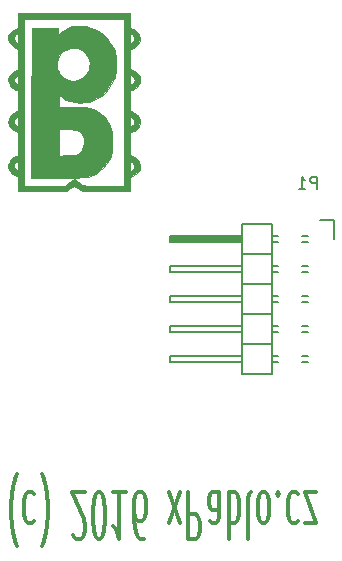
<source format=gbo>
G04 #@! TF.GenerationSoftware,KiCad,Pcbnew,5.0.0-fee4fd1~66~ubuntu16.04.1*
G04 #@! TF.CreationDate,2018-08-26T15:56:11+02:00*
G04 #@! TF.ProjectId,RESP,524553502E6B696361645F7063620000,rev?*
G04 #@! TF.SameCoordinates,Original*
G04 #@! TF.FileFunction,Legend,Bot*
G04 #@! TF.FilePolarity,Positive*
%FSLAX46Y46*%
G04 Gerber Fmt 4.6, Leading zero omitted, Abs format (unit mm)*
G04 Created by KiCad (PCBNEW 5.0.0-fee4fd1~66~ubuntu16.04.1) date Sun Aug 26 15:56:11 2018*
%MOMM*%
%LPD*%
G01*
G04 APERTURE LIST*
%ADD10C,0.300000*%
%ADD11C,0.150000*%
%ADD12C,0.010000*%
%ADD13R,1.827200X1.827200*%
%ADD14O,1.827200X1.827200*%
%ADD15C,1.100000*%
G04 APERTURE END LIST*
D10*
X61997170Y-167864826D02*
X61911455Y-168055302D01*
X61740027Y-168626731D01*
X61654312Y-169007683D01*
X61568598Y-169579112D01*
X61482884Y-170531493D01*
X61482884Y-171293398D01*
X61568598Y-172245779D01*
X61654312Y-172817207D01*
X61740027Y-173198160D01*
X61911455Y-173769588D01*
X61997170Y-173960064D01*
X63454312Y-169579112D02*
X63282884Y-169388636D01*
X62940027Y-169388636D01*
X62768598Y-169579112D01*
X62682884Y-169769588D01*
X62597170Y-170150540D01*
X62597170Y-171293398D01*
X62682884Y-171674350D01*
X62768598Y-171864826D01*
X62940027Y-172055302D01*
X63282884Y-172055302D01*
X63454312Y-171864826D01*
X64054312Y-167864826D02*
X64140027Y-168055302D01*
X64311455Y-168626731D01*
X64397170Y-169007683D01*
X64482884Y-169579112D01*
X64568598Y-170531493D01*
X64568598Y-171293398D01*
X64482884Y-172245779D01*
X64397170Y-172817207D01*
X64311455Y-173198160D01*
X64140027Y-173769588D01*
X64054312Y-173960064D01*
X66711455Y-173007683D02*
X66797170Y-173198160D01*
X66968598Y-173388636D01*
X67397170Y-173388636D01*
X67568598Y-173198160D01*
X67654312Y-173007683D01*
X67740027Y-172626731D01*
X67740027Y-172245779D01*
X67654312Y-171674350D01*
X66625741Y-169388636D01*
X67740027Y-169388636D01*
X68854312Y-173388636D02*
X69025741Y-173388636D01*
X69197170Y-173198160D01*
X69282884Y-173007683D01*
X69368598Y-172626731D01*
X69454312Y-171864826D01*
X69454312Y-170912445D01*
X69368598Y-170150540D01*
X69282884Y-169769588D01*
X69197170Y-169579112D01*
X69025741Y-169388636D01*
X68854312Y-169388636D01*
X68682884Y-169579112D01*
X68597170Y-169769588D01*
X68511455Y-170150540D01*
X68425741Y-170912445D01*
X68425741Y-171864826D01*
X68511455Y-172626731D01*
X68597170Y-173007683D01*
X68682884Y-173198160D01*
X68854312Y-173388636D01*
X71168598Y-169388636D02*
X70140027Y-169388636D01*
X70654312Y-169388636D02*
X70654312Y-173388636D01*
X70482884Y-172817207D01*
X70311455Y-172436255D01*
X70140027Y-172245779D01*
X72711455Y-173388636D02*
X72368598Y-173388636D01*
X72197170Y-173198160D01*
X72111455Y-173007683D01*
X71940027Y-172436255D01*
X71854312Y-171674350D01*
X71854312Y-170150540D01*
X71940027Y-169769588D01*
X72025741Y-169579112D01*
X72197170Y-169388636D01*
X72540027Y-169388636D01*
X72711455Y-169579112D01*
X72797170Y-169769588D01*
X72882884Y-170150540D01*
X72882884Y-171102921D01*
X72797170Y-171483874D01*
X72711455Y-171674350D01*
X72540027Y-171864826D01*
X72197170Y-171864826D01*
X72025741Y-171674350D01*
X71940027Y-171483874D01*
X71854312Y-171102921D01*
X74854312Y-169388636D02*
X75797170Y-172055302D01*
X74854312Y-172055302D02*
X75797170Y-169388636D01*
X76482884Y-169388636D02*
X76482884Y-173388636D01*
X77168598Y-173388636D01*
X77340027Y-173198160D01*
X77425741Y-173007683D01*
X77511455Y-172626731D01*
X77511455Y-172055302D01*
X77425741Y-171674350D01*
X77340027Y-171483874D01*
X77168598Y-171293398D01*
X76482884Y-171293398D01*
X79054312Y-169388636D02*
X79054312Y-171483874D01*
X78968598Y-171864826D01*
X78797170Y-172055302D01*
X78454312Y-172055302D01*
X78282884Y-171864826D01*
X79054312Y-169579112D02*
X78882884Y-169388636D01*
X78454312Y-169388636D01*
X78282884Y-169579112D01*
X78197170Y-169960064D01*
X78197170Y-170341017D01*
X78282884Y-170721969D01*
X78454312Y-170912445D01*
X78882884Y-170912445D01*
X79054312Y-171102921D01*
X79911455Y-169388636D02*
X79911455Y-173388636D01*
X79911455Y-171864826D02*
X80082884Y-172055302D01*
X80425741Y-172055302D01*
X80597170Y-171864826D01*
X80682884Y-171674350D01*
X80768598Y-171293398D01*
X80768598Y-170150540D01*
X80682884Y-169769588D01*
X80597170Y-169579112D01*
X80425741Y-169388636D01*
X80082884Y-169388636D01*
X79911455Y-169579112D01*
X81797170Y-169388636D02*
X81625741Y-169579112D01*
X81540027Y-169960064D01*
X81540027Y-173388636D01*
X82740027Y-169388636D02*
X82568598Y-169579112D01*
X82482884Y-169769588D01*
X82397170Y-170150540D01*
X82397170Y-171293398D01*
X82482884Y-171674350D01*
X82568598Y-171864826D01*
X82740027Y-172055302D01*
X82997170Y-172055302D01*
X83168598Y-171864826D01*
X83254312Y-171674350D01*
X83340027Y-171293398D01*
X83340027Y-170150540D01*
X83254312Y-169769588D01*
X83168598Y-169579112D01*
X82997170Y-169388636D01*
X82740027Y-169388636D01*
X84111455Y-169769588D02*
X84197170Y-169579112D01*
X84111455Y-169388636D01*
X84025741Y-169579112D01*
X84111455Y-169769588D01*
X84111455Y-169388636D01*
X85740027Y-169579112D02*
X85568598Y-169388636D01*
X85225741Y-169388636D01*
X85054312Y-169579112D01*
X84968598Y-169769588D01*
X84882884Y-170150540D01*
X84882884Y-171293398D01*
X84968598Y-171674350D01*
X85054312Y-171864826D01*
X85225741Y-172055302D01*
X85568598Y-172055302D01*
X85740027Y-171864826D01*
X86340027Y-172055302D02*
X87282884Y-172055302D01*
X86340027Y-169388636D01*
X87282884Y-169388636D01*
D11*
G04 #@! TO.C,P1*
X86108170Y-158371160D02*
X86616170Y-158371160D01*
X86108170Y-157863160D02*
X86616170Y-157863160D01*
X86108170Y-155831160D02*
X86616170Y-155831160D01*
X86108170Y-155323160D02*
X86616170Y-155323160D01*
X86108170Y-147703160D02*
X86616170Y-147703160D01*
X86108170Y-148211160D02*
X86616170Y-148211160D01*
X86108170Y-153291160D02*
X86616170Y-153291160D01*
X86108170Y-152783160D02*
X86616170Y-152783160D01*
X86108170Y-150751160D02*
X86616170Y-150751160D01*
X86108170Y-150243160D02*
X86616170Y-150243160D01*
X83568170Y-158371160D02*
X84076170Y-158371160D01*
X83568170Y-157863160D02*
X84076170Y-157863160D01*
X83568170Y-147703160D02*
X84076170Y-147703160D01*
X83568170Y-148211160D02*
X84076170Y-148211160D01*
X83568170Y-150243160D02*
X84076170Y-150243160D01*
X83568170Y-150751160D02*
X84076170Y-150751160D01*
X83568170Y-155831160D02*
X84076170Y-155831160D01*
X83568170Y-155323160D02*
X84076170Y-155323160D01*
X83568170Y-153291160D02*
X84076170Y-153291160D01*
X83568170Y-152783160D02*
X84076170Y-152783160D01*
X87632170Y-146407160D02*
X88782170Y-146407160D01*
X88782170Y-146407160D02*
X88782170Y-147957160D01*
X81028170Y-147830160D02*
X75059170Y-147830160D01*
X75059170Y-147830160D02*
X75059170Y-148084160D01*
X75059170Y-148084160D02*
X80901170Y-148084160D01*
X80901170Y-148084160D02*
X80901170Y-147957160D01*
X80901170Y-147957160D02*
X75059170Y-147957160D01*
X83568170Y-156847160D02*
X81028170Y-156847160D01*
X83568170Y-156847160D02*
X83568170Y-159387160D01*
X81028170Y-157863160D02*
X74932170Y-157863160D01*
X74932170Y-157863160D02*
X74932170Y-158371160D01*
X74932170Y-158371160D02*
X81028170Y-158371160D01*
X81028170Y-159387160D02*
X81028170Y-156847160D01*
X83568170Y-159387160D02*
X81028170Y-159387160D01*
X83568170Y-151767160D02*
X81028170Y-151767160D01*
X83568170Y-151767160D02*
X83568170Y-154307160D01*
X83568170Y-154307160D02*
X81028170Y-154307160D01*
X81028170Y-152783160D02*
X74932170Y-152783160D01*
X74932170Y-152783160D02*
X74932170Y-153291160D01*
X74932170Y-153291160D02*
X81028170Y-153291160D01*
X81028170Y-154307160D02*
X81028170Y-151767160D01*
X81028170Y-156847160D02*
X81028170Y-154307160D01*
X74932170Y-155831160D02*
X81028170Y-155831160D01*
X74932170Y-155323160D02*
X74932170Y-155831160D01*
X81028170Y-155323160D02*
X74932170Y-155323160D01*
X83568170Y-156847160D02*
X81028170Y-156847160D01*
X83568170Y-154307160D02*
X83568170Y-156847160D01*
X83568170Y-154307160D02*
X81028170Y-154307160D01*
X83568170Y-149227160D02*
X81028170Y-149227160D01*
X83568170Y-149227160D02*
X83568170Y-151767160D01*
X83568170Y-151767160D02*
X81028170Y-151767160D01*
X81028170Y-150243160D02*
X74932170Y-150243160D01*
X74932170Y-150243160D02*
X74932170Y-150751160D01*
X74932170Y-150751160D02*
X81028170Y-150751160D01*
X81028170Y-151767160D02*
X81028170Y-149227160D01*
X81028170Y-149227160D02*
X81028170Y-146687160D01*
X74932170Y-148211160D02*
X81028170Y-148211160D01*
X74932170Y-147703160D02*
X74932170Y-148211160D01*
X81028170Y-147703160D02*
X74932170Y-147703160D01*
X83568170Y-149227160D02*
X81028170Y-149227160D01*
X83568170Y-146687160D02*
X83568170Y-149227160D01*
X83568170Y-146687160D02*
X81028170Y-146687160D01*
D12*
G04 #@! TO.C,G\002A\002A\002A*
G36*
X66507283Y-143701544D02*
X66831844Y-143477002D01*
X67138386Y-143701544D01*
X67444927Y-143926085D01*
X71545503Y-143926085D01*
X71545503Y-143322830D01*
X71546227Y-143095384D01*
X71549176Y-142932152D01*
X71555515Y-142822100D01*
X71566409Y-142754190D01*
X71583022Y-142717387D01*
X71606521Y-142700654D01*
X71611355Y-142698989D01*
X71883131Y-142584916D01*
X72103434Y-142432073D01*
X72267079Y-142247130D01*
X72368878Y-142036755D01*
X72403648Y-141807618D01*
X72394783Y-141691430D01*
X72327863Y-141482865D01*
X72199174Y-141287318D01*
X72022193Y-141119022D01*
X71810400Y-140992212D01*
X71689859Y-140947053D01*
X71545503Y-140903803D01*
X71545503Y-139930207D01*
X71545846Y-139633224D01*
X71547258Y-139402865D01*
X71550309Y-139230498D01*
X71555572Y-139107491D01*
X71563619Y-139025211D01*
X71575020Y-138975025D01*
X71590349Y-138948301D01*
X71610177Y-138936405D01*
X71611355Y-138936026D01*
X71848443Y-138839464D01*
X72054228Y-138712347D01*
X72182776Y-138595324D01*
X72326323Y-138382244D01*
X72397882Y-138157080D01*
X72397750Y-137928694D01*
X72326222Y-137705946D01*
X72183596Y-137497700D01*
X72144636Y-137456637D01*
X72046455Y-137375835D01*
X71917784Y-137292277D01*
X71782024Y-137218827D01*
X71662576Y-137168351D01*
X71592540Y-137153120D01*
X71576820Y-137135942D01*
X71564759Y-137079971D01*
X71555978Y-136978138D01*
X71550098Y-136823376D01*
X71546740Y-136608615D01*
X71545524Y-136326787D01*
X71545503Y-136276260D01*
X71545503Y-135399769D01*
X71710040Y-135355762D01*
X71917435Y-135266932D01*
X72103868Y-135125090D01*
X72256580Y-134945806D01*
X72362811Y-134744648D01*
X72409802Y-134537183D01*
X72410985Y-134500504D01*
X72375618Y-134291163D01*
X72277561Y-134087636D01*
X72128873Y-133904453D01*
X71941618Y-133756143D01*
X71727856Y-133657235D01*
X71705429Y-133650604D01*
X71545503Y-133605786D01*
X71545503Y-132745195D01*
X71546439Y-132455153D01*
X71549508Y-132233232D01*
X71555097Y-132072314D01*
X71563596Y-131965280D01*
X71575394Y-131905012D01*
X71590879Y-131884392D01*
X71592540Y-131884236D01*
X71680640Y-131862630D01*
X71804493Y-131807361D01*
X71940699Y-131731297D01*
X72065855Y-131647300D01*
X72144636Y-131580719D01*
X72303013Y-131376310D01*
X72389897Y-131157077D01*
X72405275Y-130931655D01*
X72349136Y-130708676D01*
X72221466Y-130496772D01*
X72146264Y-130412902D01*
X71957209Y-130259931D01*
X71768926Y-130163137D01*
X71564318Y-130086851D01*
X71553978Y-129480543D01*
X71543639Y-128874234D01*
X62102330Y-128874234D01*
X62091991Y-129480543D01*
X62081651Y-130086851D01*
X61877043Y-130163137D01*
X61647487Y-130283694D01*
X61459899Y-130452560D01*
X61323534Y-130657305D01*
X61247645Y-130885499D01*
X61234985Y-131025507D01*
X61241262Y-131060525D01*
X61727361Y-131060525D01*
X61733604Y-130911801D01*
X61798982Y-130779550D01*
X61827651Y-130748977D01*
X61933071Y-130654335D01*
X62004575Y-130605978D01*
X62049241Y-130609824D01*
X62074150Y-130671786D01*
X62086380Y-130797780D01*
X62092382Y-130970184D01*
X62095313Y-131135047D01*
X62094844Y-131269857D01*
X62091208Y-131358254D01*
X62086471Y-131384327D01*
X62041469Y-131382567D01*
X61963496Y-131345606D01*
X61876174Y-131287859D01*
X61803123Y-131223735D01*
X61782898Y-131199113D01*
X61727361Y-131060525D01*
X61241262Y-131060525D01*
X61270593Y-131224128D01*
X61370248Y-131418315D01*
X61523199Y-131595337D01*
X61718692Y-131742462D01*
X61921725Y-131838648D01*
X62100466Y-131902269D01*
X62100466Y-133605786D01*
X61940540Y-133650604D01*
X61724786Y-133743758D01*
X61534329Y-133887771D01*
X61381231Y-134068113D01*
X61277554Y-134270256D01*
X61235358Y-134479669D01*
X61235271Y-134484574D01*
X61718240Y-134484574D01*
X61764172Y-134345175D01*
X61858553Y-134231492D01*
X61955048Y-134146186D01*
X62021978Y-134107442D01*
X62064662Y-134121160D01*
X62088419Y-134193241D01*
X62098567Y-134329584D01*
X62100466Y-134499863D01*
X62097038Y-134697742D01*
X62083493Y-134825803D01*
X62054942Y-134889308D01*
X62006494Y-134893518D01*
X61933259Y-134843692D01*
X61852110Y-134767034D01*
X61747552Y-134625283D01*
X61718240Y-134484574D01*
X61235271Y-134484574D01*
X61234985Y-134500504D01*
X61270002Y-134707453D01*
X61366547Y-134910888D01*
X61511862Y-135095241D01*
X61693186Y-135244943D01*
X61897761Y-135344427D01*
X61935929Y-135355762D01*
X62100466Y-135399769D01*
X62100466Y-136276260D01*
X62099551Y-136569201D01*
X62096552Y-136793970D01*
X62091091Y-136957636D01*
X62082788Y-137067269D01*
X62071264Y-137129936D01*
X62056140Y-137152707D01*
X62053429Y-137153120D01*
X61965329Y-137174727D01*
X61841476Y-137229995D01*
X61705270Y-137306060D01*
X61580114Y-137390056D01*
X61501333Y-137456637D01*
X61345116Y-137657256D01*
X61258553Y-137869662D01*
X61242844Y-138040778D01*
X61719876Y-138040778D01*
X61749144Y-137900591D01*
X61844792Y-137773887D01*
X61924127Y-137715324D01*
X62009568Y-137667421D01*
X62066736Y-137642906D01*
X62072244Y-137642078D01*
X62083567Y-137677117D01*
X62092724Y-137772251D01*
X62098684Y-137912323D01*
X62100466Y-138057187D01*
X62100466Y-138472437D01*
X62015799Y-138428886D01*
X61854660Y-138316260D01*
X61755534Y-138183112D01*
X61719876Y-138040778D01*
X61242844Y-138040778D01*
X61238716Y-138085739D01*
X61282682Y-138297370D01*
X61387522Y-138496438D01*
X61550313Y-138674825D01*
X61768127Y-138824416D01*
X62034614Y-138936026D01*
X62054640Y-138947349D01*
X62070162Y-138973006D01*
X62081748Y-139021605D01*
X62089964Y-139101750D01*
X62095378Y-139222048D01*
X62098554Y-139391105D01*
X62100061Y-139617526D01*
X62100464Y-139909916D01*
X62100466Y-139936164D01*
X62099668Y-140247315D01*
X62097057Y-140489989D01*
X62092308Y-140670952D01*
X62085097Y-140796971D01*
X62075098Y-140874813D01*
X62061988Y-140911245D01*
X62053429Y-140916083D01*
X61965329Y-140937690D01*
X61841476Y-140992958D01*
X61705270Y-141069022D01*
X61580114Y-141153019D01*
X61501333Y-141219600D01*
X61344561Y-141420665D01*
X61257563Y-141633245D01*
X61241684Y-141803741D01*
X61719876Y-141803741D01*
X61749144Y-141663554D01*
X61844792Y-141536850D01*
X61924127Y-141478287D01*
X62009568Y-141430384D01*
X62066736Y-141405869D01*
X62072244Y-141405041D01*
X62083567Y-141440080D01*
X62092724Y-141535214D01*
X62098684Y-141675286D01*
X62100466Y-141820150D01*
X62100466Y-142235400D01*
X62015799Y-142191849D01*
X61854660Y-142079223D01*
X61755534Y-141946075D01*
X61719876Y-141803741D01*
X61241684Y-141803741D01*
X61237440Y-141849299D01*
X61281295Y-142060785D01*
X61386226Y-142259660D01*
X61549337Y-142437882D01*
X61767726Y-142587408D01*
X62034614Y-142698989D01*
X62059418Y-142713377D01*
X62077136Y-142745931D01*
X62088933Y-142807688D01*
X62095974Y-142909684D01*
X62099425Y-143062957D01*
X62100449Y-143278541D01*
X62100466Y-143322830D01*
X62100466Y-143474530D01*
X62589651Y-143474530D01*
X62589651Y-129363419D01*
X71056318Y-129363419D01*
X71056318Y-130980169D01*
X71545503Y-130980169D01*
X71545503Y-130564919D01*
X71630170Y-130608470D01*
X71716156Y-130664462D01*
X71811147Y-130741931D01*
X71818318Y-130748538D01*
X71903411Y-130872670D01*
X71924542Y-131013211D01*
X71885228Y-131153243D01*
X71788983Y-131275844D01*
X71695606Y-131339189D01*
X71614819Y-131377993D01*
X71567310Y-131395354D01*
X71566187Y-131395419D01*
X71557887Y-131360319D01*
X71551176Y-131265128D01*
X71546809Y-131125012D01*
X71545503Y-130980169D01*
X71056318Y-130980169D01*
X71056318Y-134499863D01*
X71545503Y-134499863D01*
X71548280Y-134304428D01*
X71560159Y-134178256D01*
X71586456Y-134115448D01*
X71632491Y-134110104D01*
X71703582Y-134156322D01*
X71787416Y-134231492D01*
X71895342Y-134369612D01*
X71928026Y-134509261D01*
X71885466Y-134650173D01*
X71793859Y-134767034D01*
X71696879Y-134856897D01*
X71628660Y-134897001D01*
X71584311Y-134882084D01*
X71558943Y-134806885D01*
X71547666Y-134666144D01*
X71545503Y-134499863D01*
X71056318Y-134499863D01*
X71056318Y-138057187D01*
X71545503Y-138057187D01*
X71547251Y-137890566D01*
X71551993Y-137755832D01*
X71558972Y-137668150D01*
X71566187Y-137641937D01*
X71610683Y-137657566D01*
X71690338Y-137695455D01*
X71695606Y-137698167D01*
X71827625Y-137799907D01*
X71905042Y-137930286D01*
X71924342Y-138072381D01*
X71882009Y-138209274D01*
X71818318Y-138288818D01*
X71724584Y-138366620D01*
X71636114Y-138425730D01*
X71630170Y-138428886D01*
X71545503Y-138472437D01*
X71545503Y-138057187D01*
X71056318Y-138057187D01*
X71056318Y-141820150D01*
X71545503Y-141820150D01*
X71547251Y-141653529D01*
X71551993Y-141518795D01*
X71558972Y-141431113D01*
X71566187Y-141404900D01*
X71610683Y-141420529D01*
X71690338Y-141458418D01*
X71695606Y-141461130D01*
X71827625Y-141562870D01*
X71905042Y-141693248D01*
X71924342Y-141835344D01*
X71882009Y-141972237D01*
X71818318Y-142051781D01*
X71724584Y-142129583D01*
X71636114Y-142188693D01*
X71630170Y-142191849D01*
X71545503Y-142235400D01*
X71545503Y-141820150D01*
X71056318Y-141820150D01*
X71056318Y-143474530D01*
X69360511Y-143474530D01*
X68914110Y-143473865D01*
X68539152Y-143471809D01*
X68231833Y-143468267D01*
X67988347Y-143463146D01*
X67804889Y-143456352D01*
X67677655Y-143447791D01*
X67602839Y-143437370D01*
X67582511Y-143430735D01*
X67518541Y-143390691D01*
X67411037Y-143317325D01*
X67276813Y-143222285D01*
X67175160Y-143148513D01*
X67040297Y-143051086D01*
X66928253Y-142972890D01*
X66852512Y-142923164D01*
X66827266Y-142910086D01*
X66789855Y-142930879D01*
X66703877Y-142987708D01*
X66581562Y-143072248D01*
X66435137Y-143176175D01*
X66412702Y-143192308D01*
X66020875Y-143474530D01*
X62589651Y-143474530D01*
X62100466Y-143474530D01*
X62100466Y-143926085D01*
X66182722Y-143926085D01*
X66507283Y-143701544D01*
X66507283Y-143701544D01*
G37*
X66507283Y-143701544D02*
X66831844Y-143477002D01*
X67138386Y-143701544D01*
X67444927Y-143926085D01*
X71545503Y-143926085D01*
X71545503Y-143322830D01*
X71546227Y-143095384D01*
X71549176Y-142932152D01*
X71555515Y-142822100D01*
X71566409Y-142754190D01*
X71583022Y-142717387D01*
X71606521Y-142700654D01*
X71611355Y-142698989D01*
X71883131Y-142584916D01*
X72103434Y-142432073D01*
X72267079Y-142247130D01*
X72368878Y-142036755D01*
X72403648Y-141807618D01*
X72394783Y-141691430D01*
X72327863Y-141482865D01*
X72199174Y-141287318D01*
X72022193Y-141119022D01*
X71810400Y-140992212D01*
X71689859Y-140947053D01*
X71545503Y-140903803D01*
X71545503Y-139930207D01*
X71545846Y-139633224D01*
X71547258Y-139402865D01*
X71550309Y-139230498D01*
X71555572Y-139107491D01*
X71563619Y-139025211D01*
X71575020Y-138975025D01*
X71590349Y-138948301D01*
X71610177Y-138936405D01*
X71611355Y-138936026D01*
X71848443Y-138839464D01*
X72054228Y-138712347D01*
X72182776Y-138595324D01*
X72326323Y-138382244D01*
X72397882Y-138157080D01*
X72397750Y-137928694D01*
X72326222Y-137705946D01*
X72183596Y-137497700D01*
X72144636Y-137456637D01*
X72046455Y-137375835D01*
X71917784Y-137292277D01*
X71782024Y-137218827D01*
X71662576Y-137168351D01*
X71592540Y-137153120D01*
X71576820Y-137135942D01*
X71564759Y-137079971D01*
X71555978Y-136978138D01*
X71550098Y-136823376D01*
X71546740Y-136608615D01*
X71545524Y-136326787D01*
X71545503Y-136276260D01*
X71545503Y-135399769D01*
X71710040Y-135355762D01*
X71917435Y-135266932D01*
X72103868Y-135125090D01*
X72256580Y-134945806D01*
X72362811Y-134744648D01*
X72409802Y-134537183D01*
X72410985Y-134500504D01*
X72375618Y-134291163D01*
X72277561Y-134087636D01*
X72128873Y-133904453D01*
X71941618Y-133756143D01*
X71727856Y-133657235D01*
X71705429Y-133650604D01*
X71545503Y-133605786D01*
X71545503Y-132745195D01*
X71546439Y-132455153D01*
X71549508Y-132233232D01*
X71555097Y-132072314D01*
X71563596Y-131965280D01*
X71575394Y-131905012D01*
X71590879Y-131884392D01*
X71592540Y-131884236D01*
X71680640Y-131862630D01*
X71804493Y-131807361D01*
X71940699Y-131731297D01*
X72065855Y-131647300D01*
X72144636Y-131580719D01*
X72303013Y-131376310D01*
X72389897Y-131157077D01*
X72405275Y-130931655D01*
X72349136Y-130708676D01*
X72221466Y-130496772D01*
X72146264Y-130412902D01*
X71957209Y-130259931D01*
X71768926Y-130163137D01*
X71564318Y-130086851D01*
X71553978Y-129480543D01*
X71543639Y-128874234D01*
X62102330Y-128874234D01*
X62091991Y-129480543D01*
X62081651Y-130086851D01*
X61877043Y-130163137D01*
X61647487Y-130283694D01*
X61459899Y-130452560D01*
X61323534Y-130657305D01*
X61247645Y-130885499D01*
X61234985Y-131025507D01*
X61241262Y-131060525D01*
X61727361Y-131060525D01*
X61733604Y-130911801D01*
X61798982Y-130779550D01*
X61827651Y-130748977D01*
X61933071Y-130654335D01*
X62004575Y-130605978D01*
X62049241Y-130609824D01*
X62074150Y-130671786D01*
X62086380Y-130797780D01*
X62092382Y-130970184D01*
X62095313Y-131135047D01*
X62094844Y-131269857D01*
X62091208Y-131358254D01*
X62086471Y-131384327D01*
X62041469Y-131382567D01*
X61963496Y-131345606D01*
X61876174Y-131287859D01*
X61803123Y-131223735D01*
X61782898Y-131199113D01*
X61727361Y-131060525D01*
X61241262Y-131060525D01*
X61270593Y-131224128D01*
X61370248Y-131418315D01*
X61523199Y-131595337D01*
X61718692Y-131742462D01*
X61921725Y-131838648D01*
X62100466Y-131902269D01*
X62100466Y-133605786D01*
X61940540Y-133650604D01*
X61724786Y-133743758D01*
X61534329Y-133887771D01*
X61381231Y-134068113D01*
X61277554Y-134270256D01*
X61235358Y-134479669D01*
X61235271Y-134484574D01*
X61718240Y-134484574D01*
X61764172Y-134345175D01*
X61858553Y-134231492D01*
X61955048Y-134146186D01*
X62021978Y-134107442D01*
X62064662Y-134121160D01*
X62088419Y-134193241D01*
X62098567Y-134329584D01*
X62100466Y-134499863D01*
X62097038Y-134697742D01*
X62083493Y-134825803D01*
X62054942Y-134889308D01*
X62006494Y-134893518D01*
X61933259Y-134843692D01*
X61852110Y-134767034D01*
X61747552Y-134625283D01*
X61718240Y-134484574D01*
X61235271Y-134484574D01*
X61234985Y-134500504D01*
X61270002Y-134707453D01*
X61366547Y-134910888D01*
X61511862Y-135095241D01*
X61693186Y-135244943D01*
X61897761Y-135344427D01*
X61935929Y-135355762D01*
X62100466Y-135399769D01*
X62100466Y-136276260D01*
X62099551Y-136569201D01*
X62096552Y-136793970D01*
X62091091Y-136957636D01*
X62082788Y-137067269D01*
X62071264Y-137129936D01*
X62056140Y-137152707D01*
X62053429Y-137153120D01*
X61965329Y-137174727D01*
X61841476Y-137229995D01*
X61705270Y-137306060D01*
X61580114Y-137390056D01*
X61501333Y-137456637D01*
X61345116Y-137657256D01*
X61258553Y-137869662D01*
X61242844Y-138040778D01*
X61719876Y-138040778D01*
X61749144Y-137900591D01*
X61844792Y-137773887D01*
X61924127Y-137715324D01*
X62009568Y-137667421D01*
X62066736Y-137642906D01*
X62072244Y-137642078D01*
X62083567Y-137677117D01*
X62092724Y-137772251D01*
X62098684Y-137912323D01*
X62100466Y-138057187D01*
X62100466Y-138472437D01*
X62015799Y-138428886D01*
X61854660Y-138316260D01*
X61755534Y-138183112D01*
X61719876Y-138040778D01*
X61242844Y-138040778D01*
X61238716Y-138085739D01*
X61282682Y-138297370D01*
X61387522Y-138496438D01*
X61550313Y-138674825D01*
X61768127Y-138824416D01*
X62034614Y-138936026D01*
X62054640Y-138947349D01*
X62070162Y-138973006D01*
X62081748Y-139021605D01*
X62089964Y-139101750D01*
X62095378Y-139222048D01*
X62098554Y-139391105D01*
X62100061Y-139617526D01*
X62100464Y-139909916D01*
X62100466Y-139936164D01*
X62099668Y-140247315D01*
X62097057Y-140489989D01*
X62092308Y-140670952D01*
X62085097Y-140796971D01*
X62075098Y-140874813D01*
X62061988Y-140911245D01*
X62053429Y-140916083D01*
X61965329Y-140937690D01*
X61841476Y-140992958D01*
X61705270Y-141069022D01*
X61580114Y-141153019D01*
X61501333Y-141219600D01*
X61344561Y-141420665D01*
X61257563Y-141633245D01*
X61241684Y-141803741D01*
X61719876Y-141803741D01*
X61749144Y-141663554D01*
X61844792Y-141536850D01*
X61924127Y-141478287D01*
X62009568Y-141430384D01*
X62066736Y-141405869D01*
X62072244Y-141405041D01*
X62083567Y-141440080D01*
X62092724Y-141535214D01*
X62098684Y-141675286D01*
X62100466Y-141820150D01*
X62100466Y-142235400D01*
X62015799Y-142191849D01*
X61854660Y-142079223D01*
X61755534Y-141946075D01*
X61719876Y-141803741D01*
X61241684Y-141803741D01*
X61237440Y-141849299D01*
X61281295Y-142060785D01*
X61386226Y-142259660D01*
X61549337Y-142437882D01*
X61767726Y-142587408D01*
X62034614Y-142698989D01*
X62059418Y-142713377D01*
X62077136Y-142745931D01*
X62088933Y-142807688D01*
X62095974Y-142909684D01*
X62099425Y-143062957D01*
X62100449Y-143278541D01*
X62100466Y-143322830D01*
X62100466Y-143474530D01*
X62589651Y-143474530D01*
X62589651Y-129363419D01*
X71056318Y-129363419D01*
X71056318Y-130980169D01*
X71545503Y-130980169D01*
X71545503Y-130564919D01*
X71630170Y-130608470D01*
X71716156Y-130664462D01*
X71811147Y-130741931D01*
X71818318Y-130748538D01*
X71903411Y-130872670D01*
X71924542Y-131013211D01*
X71885228Y-131153243D01*
X71788983Y-131275844D01*
X71695606Y-131339189D01*
X71614819Y-131377993D01*
X71567310Y-131395354D01*
X71566187Y-131395419D01*
X71557887Y-131360319D01*
X71551176Y-131265128D01*
X71546809Y-131125012D01*
X71545503Y-130980169D01*
X71056318Y-130980169D01*
X71056318Y-134499863D01*
X71545503Y-134499863D01*
X71548280Y-134304428D01*
X71560159Y-134178256D01*
X71586456Y-134115448D01*
X71632491Y-134110104D01*
X71703582Y-134156322D01*
X71787416Y-134231492D01*
X71895342Y-134369612D01*
X71928026Y-134509261D01*
X71885466Y-134650173D01*
X71793859Y-134767034D01*
X71696879Y-134856897D01*
X71628660Y-134897001D01*
X71584311Y-134882084D01*
X71558943Y-134806885D01*
X71547666Y-134666144D01*
X71545503Y-134499863D01*
X71056318Y-134499863D01*
X71056318Y-138057187D01*
X71545503Y-138057187D01*
X71547251Y-137890566D01*
X71551993Y-137755832D01*
X71558972Y-137668150D01*
X71566187Y-137641937D01*
X71610683Y-137657566D01*
X71690338Y-137695455D01*
X71695606Y-137698167D01*
X71827625Y-137799907D01*
X71905042Y-137930286D01*
X71924342Y-138072381D01*
X71882009Y-138209274D01*
X71818318Y-138288818D01*
X71724584Y-138366620D01*
X71636114Y-138425730D01*
X71630170Y-138428886D01*
X71545503Y-138472437D01*
X71545503Y-138057187D01*
X71056318Y-138057187D01*
X71056318Y-141820150D01*
X71545503Y-141820150D01*
X71547251Y-141653529D01*
X71551993Y-141518795D01*
X71558972Y-141431113D01*
X71566187Y-141404900D01*
X71610683Y-141420529D01*
X71690338Y-141458418D01*
X71695606Y-141461130D01*
X71827625Y-141562870D01*
X71905042Y-141693248D01*
X71924342Y-141835344D01*
X71882009Y-141972237D01*
X71818318Y-142051781D01*
X71724584Y-142129583D01*
X71636114Y-142188693D01*
X71630170Y-142191849D01*
X71545503Y-142235400D01*
X71545503Y-141820150D01*
X71056318Y-141820150D01*
X71056318Y-143474530D01*
X69360511Y-143474530D01*
X68914110Y-143473865D01*
X68539152Y-143471809D01*
X68231833Y-143468267D01*
X67988347Y-143463146D01*
X67804889Y-143456352D01*
X67677655Y-143447791D01*
X67602839Y-143437370D01*
X67582511Y-143430735D01*
X67518541Y-143390691D01*
X67411037Y-143317325D01*
X67276813Y-143222285D01*
X67175160Y-143148513D01*
X67040297Y-143051086D01*
X66928253Y-142972890D01*
X66852512Y-142923164D01*
X66827266Y-142910086D01*
X66789855Y-142930879D01*
X66703877Y-142987708D01*
X66581562Y-143072248D01*
X66435137Y-143176175D01*
X66412702Y-143192308D01*
X66020875Y-143474530D01*
X62589651Y-143474530D01*
X62100466Y-143474530D01*
X62100466Y-143926085D01*
X66182722Y-143926085D01*
X66507283Y-143701544D01*
G36*
X65440096Y-142788318D02*
X65908466Y-142785497D01*
X66307980Y-142782796D01*
X66645040Y-142779973D01*
X66926049Y-142776783D01*
X67157409Y-142772983D01*
X67345522Y-142768330D01*
X67496791Y-142762579D01*
X67617617Y-142755486D01*
X67714405Y-142746810D01*
X67793554Y-142736304D01*
X67861469Y-142723727D01*
X67924551Y-142708835D01*
X67989202Y-142691382D01*
X67989503Y-142691299D01*
X68380988Y-142558969D01*
X68720052Y-142390989D01*
X69025237Y-142176775D01*
X69251477Y-141970998D01*
X69525158Y-141660393D01*
X69737565Y-141332244D01*
X69900446Y-140966567D01*
X69972584Y-140744252D01*
X70005579Y-140621398D01*
X70029007Y-140506071D01*
X70044391Y-140381465D01*
X70053251Y-140230772D01*
X70057110Y-140037184D01*
X70057548Y-139805641D01*
X70054066Y-139516258D01*
X70044522Y-139287577D01*
X70027856Y-139105205D01*
X70003009Y-138954753D01*
X69991098Y-138902530D01*
X69846665Y-138442025D01*
X69653748Y-138038818D01*
X69411252Y-137691742D01*
X69118085Y-137399634D01*
X68773155Y-137161327D01*
X68375369Y-136975656D01*
X68100293Y-136886065D01*
X68007128Y-136861683D01*
X67914874Y-136842219D01*
X67813144Y-136826941D01*
X67691552Y-136815114D01*
X67539709Y-136806003D01*
X67347229Y-136798876D01*
X67103724Y-136792998D01*
X66798807Y-136787635D01*
X66681873Y-136785837D01*
X65562392Y-136769014D01*
X65562392Y-135829305D01*
X65745926Y-135964032D01*
X66083727Y-136171865D01*
X66450451Y-136318455D01*
X66853713Y-136406084D01*
X67301125Y-136437037D01*
X67323556Y-136437136D01*
X67703482Y-136418842D01*
X68046807Y-136358242D01*
X68383135Y-136248822D01*
X68591577Y-136158115D01*
X69013371Y-135919245D01*
X69387220Y-135623924D01*
X69709083Y-135276827D01*
X69974917Y-134882631D01*
X70180681Y-134446011D01*
X70252748Y-134236456D01*
X70289893Y-134110788D01*
X70316994Y-134001660D01*
X70335645Y-133893340D01*
X70347438Y-133770099D01*
X70353966Y-133616206D01*
X70356822Y-133415931D01*
X70357548Y-133201641D01*
X70355288Y-132897363D01*
X70345616Y-132651438D01*
X70325508Y-132447088D01*
X70291943Y-132267533D01*
X70241898Y-132095997D01*
X70172352Y-131915700D01*
X70094295Y-131740096D01*
X69875038Y-131347610D01*
X69595983Y-130981435D01*
X69271322Y-130658381D01*
X69012024Y-130458306D01*
X68778553Y-130318038D01*
X68508041Y-130186095D01*
X68229816Y-130075184D01*
X67973204Y-129998015D01*
X67925238Y-129987374D01*
X67673809Y-129951184D01*
X67386051Y-129934327D01*
X67091543Y-129936854D01*
X66819862Y-129958818D01*
X66662112Y-129985129D01*
X66333359Y-130086961D01*
X66018041Y-130241692D01*
X65740150Y-130436532D01*
X65634927Y-130532662D01*
X65411873Y-130755715D01*
X65411873Y-130116011D01*
X63241729Y-130116011D01*
X63216727Y-132888003D01*
X63213694Y-133258543D01*
X65343317Y-133258543D01*
X65348098Y-133064949D01*
X65371047Y-132874486D01*
X65412856Y-132702540D01*
X65441297Y-132627761D01*
X65548470Y-132446315D01*
X65703457Y-132259535D01*
X65884207Y-132090066D01*
X66068670Y-131960555D01*
X66114752Y-131936107D01*
X66278973Y-131872396D01*
X66469628Y-131823206D01*
X66656525Y-131794584D01*
X66809473Y-131792577D01*
X66822985Y-131794249D01*
X66909388Y-131807308D01*
X67025228Y-131825608D01*
X67046684Y-131829072D01*
X67293057Y-131904436D01*
X67531332Y-132043151D01*
X67747007Y-132233579D01*
X67925580Y-132464085D01*
X67996740Y-132591380D01*
X68082693Y-132839199D01*
X68120759Y-133118223D01*
X68109642Y-133400556D01*
X68048050Y-133658305D01*
X68046420Y-133662682D01*
X67903383Y-133942633D01*
X67703139Y-134186049D01*
X67457783Y-134381180D01*
X67179408Y-134516276D01*
X67161651Y-134522305D01*
X67049439Y-134546557D01*
X66893715Y-134564086D01*
X66726157Y-134571452D01*
X66708617Y-134571495D01*
X66534470Y-134566291D01*
X66401000Y-134546807D01*
X66273963Y-134505857D01*
X66162879Y-134457005D01*
X65986734Y-134358785D01*
X65825558Y-134240282D01*
X65692436Y-134114058D01*
X65600450Y-133992677D01*
X65562684Y-133888703D01*
X65562392Y-133880392D01*
X65539921Y-133788256D01*
X65492039Y-133756465D01*
X65431065Y-133704228D01*
X65385492Y-133593570D01*
X65356013Y-133439879D01*
X65343317Y-133258543D01*
X63213694Y-133258543D01*
X63212799Y-133367834D01*
X63209061Y-133910719D01*
X63205560Y-134504455D01*
X63202345Y-135136838D01*
X63199464Y-135795664D01*
X63196966Y-136468728D01*
X63194897Y-137143826D01*
X63193307Y-137808755D01*
X63192242Y-138451309D01*
X63192084Y-138648312D01*
X65562392Y-138648312D01*
X66192688Y-138667692D01*
X66466162Y-138678513D01*
X66676406Y-138692810D01*
X66835418Y-138711848D01*
X66955197Y-138736889D01*
X67008593Y-138753642D01*
X67239310Y-138872839D01*
X67417569Y-139044972D01*
X67542192Y-139267885D01*
X67611996Y-139539427D01*
X67625804Y-139857444D01*
X67624827Y-139877928D01*
X67579538Y-140175308D01*
X67477723Y-140423397D01*
X67319785Y-140621642D01*
X67106129Y-140769491D01*
X66918358Y-140844327D01*
X66835441Y-140859479D01*
X66693664Y-140874751D01*
X66509412Y-140888804D01*
X66299069Y-140900298D01*
X66173873Y-140905188D01*
X65562392Y-140925489D01*
X65562392Y-138648312D01*
X63192084Y-138648312D01*
X63191753Y-139059286D01*
X63191725Y-139230753D01*
X63191725Y-142801511D01*
X65440096Y-142788318D01*
X65440096Y-142788318D01*
G37*
X65440096Y-142788318D02*
X65908466Y-142785497D01*
X66307980Y-142782796D01*
X66645040Y-142779973D01*
X66926049Y-142776783D01*
X67157409Y-142772983D01*
X67345522Y-142768330D01*
X67496791Y-142762579D01*
X67617617Y-142755486D01*
X67714405Y-142746810D01*
X67793554Y-142736304D01*
X67861469Y-142723727D01*
X67924551Y-142708835D01*
X67989202Y-142691382D01*
X67989503Y-142691299D01*
X68380988Y-142558969D01*
X68720052Y-142390989D01*
X69025237Y-142176775D01*
X69251477Y-141970998D01*
X69525158Y-141660393D01*
X69737565Y-141332244D01*
X69900446Y-140966567D01*
X69972584Y-140744252D01*
X70005579Y-140621398D01*
X70029007Y-140506071D01*
X70044391Y-140381465D01*
X70053251Y-140230772D01*
X70057110Y-140037184D01*
X70057548Y-139805641D01*
X70054066Y-139516258D01*
X70044522Y-139287577D01*
X70027856Y-139105205D01*
X70003009Y-138954753D01*
X69991098Y-138902530D01*
X69846665Y-138442025D01*
X69653748Y-138038818D01*
X69411252Y-137691742D01*
X69118085Y-137399634D01*
X68773155Y-137161327D01*
X68375369Y-136975656D01*
X68100293Y-136886065D01*
X68007128Y-136861683D01*
X67914874Y-136842219D01*
X67813144Y-136826941D01*
X67691552Y-136815114D01*
X67539709Y-136806003D01*
X67347229Y-136798876D01*
X67103724Y-136792998D01*
X66798807Y-136787635D01*
X66681873Y-136785837D01*
X65562392Y-136769014D01*
X65562392Y-135829305D01*
X65745926Y-135964032D01*
X66083727Y-136171865D01*
X66450451Y-136318455D01*
X66853713Y-136406084D01*
X67301125Y-136437037D01*
X67323556Y-136437136D01*
X67703482Y-136418842D01*
X68046807Y-136358242D01*
X68383135Y-136248822D01*
X68591577Y-136158115D01*
X69013371Y-135919245D01*
X69387220Y-135623924D01*
X69709083Y-135276827D01*
X69974917Y-134882631D01*
X70180681Y-134446011D01*
X70252748Y-134236456D01*
X70289893Y-134110788D01*
X70316994Y-134001660D01*
X70335645Y-133893340D01*
X70347438Y-133770099D01*
X70353966Y-133616206D01*
X70356822Y-133415931D01*
X70357548Y-133201641D01*
X70355288Y-132897363D01*
X70345616Y-132651438D01*
X70325508Y-132447088D01*
X70291943Y-132267533D01*
X70241898Y-132095997D01*
X70172352Y-131915700D01*
X70094295Y-131740096D01*
X69875038Y-131347610D01*
X69595983Y-130981435D01*
X69271322Y-130658381D01*
X69012024Y-130458306D01*
X68778553Y-130318038D01*
X68508041Y-130186095D01*
X68229816Y-130075184D01*
X67973204Y-129998015D01*
X67925238Y-129987374D01*
X67673809Y-129951184D01*
X67386051Y-129934327D01*
X67091543Y-129936854D01*
X66819862Y-129958818D01*
X66662112Y-129985129D01*
X66333359Y-130086961D01*
X66018041Y-130241692D01*
X65740150Y-130436532D01*
X65634927Y-130532662D01*
X65411873Y-130755715D01*
X65411873Y-130116011D01*
X63241729Y-130116011D01*
X63216727Y-132888003D01*
X63213694Y-133258543D01*
X65343317Y-133258543D01*
X65348098Y-133064949D01*
X65371047Y-132874486D01*
X65412856Y-132702540D01*
X65441297Y-132627761D01*
X65548470Y-132446315D01*
X65703457Y-132259535D01*
X65884207Y-132090066D01*
X66068670Y-131960555D01*
X66114752Y-131936107D01*
X66278973Y-131872396D01*
X66469628Y-131823206D01*
X66656525Y-131794584D01*
X66809473Y-131792577D01*
X66822985Y-131794249D01*
X66909388Y-131807308D01*
X67025228Y-131825608D01*
X67046684Y-131829072D01*
X67293057Y-131904436D01*
X67531332Y-132043151D01*
X67747007Y-132233579D01*
X67925580Y-132464085D01*
X67996740Y-132591380D01*
X68082693Y-132839199D01*
X68120759Y-133118223D01*
X68109642Y-133400556D01*
X68048050Y-133658305D01*
X68046420Y-133662682D01*
X67903383Y-133942633D01*
X67703139Y-134186049D01*
X67457783Y-134381180D01*
X67179408Y-134516276D01*
X67161651Y-134522305D01*
X67049439Y-134546557D01*
X66893715Y-134564086D01*
X66726157Y-134571452D01*
X66708617Y-134571495D01*
X66534470Y-134566291D01*
X66401000Y-134546807D01*
X66273963Y-134505857D01*
X66162879Y-134457005D01*
X65986734Y-134358785D01*
X65825558Y-134240282D01*
X65692436Y-134114058D01*
X65600450Y-133992677D01*
X65562684Y-133888703D01*
X65562392Y-133880392D01*
X65539921Y-133788256D01*
X65492039Y-133756465D01*
X65431065Y-133704228D01*
X65385492Y-133593570D01*
X65356013Y-133439879D01*
X65343317Y-133258543D01*
X63213694Y-133258543D01*
X63212799Y-133367834D01*
X63209061Y-133910719D01*
X63205560Y-134504455D01*
X63202345Y-135136838D01*
X63199464Y-135795664D01*
X63196966Y-136468728D01*
X63194897Y-137143826D01*
X63193307Y-137808755D01*
X63192242Y-138451309D01*
X63192084Y-138648312D01*
X65562392Y-138648312D01*
X66192688Y-138667692D01*
X66466162Y-138678513D01*
X66676406Y-138692810D01*
X66835418Y-138711848D01*
X66955197Y-138736889D01*
X67008593Y-138753642D01*
X67239310Y-138872839D01*
X67417569Y-139044972D01*
X67542192Y-139267885D01*
X67611996Y-139539427D01*
X67625804Y-139857444D01*
X67624827Y-139877928D01*
X67579538Y-140175308D01*
X67477723Y-140423397D01*
X67319785Y-140621642D01*
X67106129Y-140769491D01*
X66918358Y-140844327D01*
X66835441Y-140859479D01*
X66693664Y-140874751D01*
X66509412Y-140888804D01*
X66299069Y-140900298D01*
X66173873Y-140905188D01*
X65562392Y-140925489D01*
X65562392Y-138648312D01*
X63192084Y-138648312D01*
X63191753Y-139059286D01*
X63191725Y-139230753D01*
X63191725Y-142801511D01*
X65440096Y-142788318D01*
G04 #@! TO.C,P1*
D11*
X87354265Y-143710540D02*
X87354265Y-142710540D01*
X86973312Y-142710540D01*
X86878074Y-142758160D01*
X86830455Y-142805779D01*
X86782836Y-142901017D01*
X86782836Y-143043874D01*
X86830455Y-143139112D01*
X86878074Y-143186731D01*
X86973312Y-143234350D01*
X87354265Y-143234350D01*
X85830455Y-143710540D02*
X86401884Y-143710540D01*
X86116170Y-143710540D02*
X86116170Y-142710540D01*
X86211408Y-142853398D01*
X86306646Y-142948636D01*
X86401884Y-142996255D01*
G04 #@! TD*
%LPC*%
D13*
G04 #@! TO.C,P1*
X87632170Y-147957160D03*
D14*
X85092170Y-147957160D03*
X87632170Y-150497160D03*
X85092170Y-150497160D03*
X87632170Y-153037160D03*
X85092170Y-153037160D03*
X87632170Y-155577160D03*
X85092170Y-155577160D03*
X87632170Y-158117160D03*
X85092170Y-158117160D03*
G04 #@! TD*
D15*
G04 #@! TO.C,TCC1*
X85028670Y-137185660D03*
X84028670Y-132085660D03*
X86028670Y-132085660D03*
G04 #@! TD*
M02*

</source>
